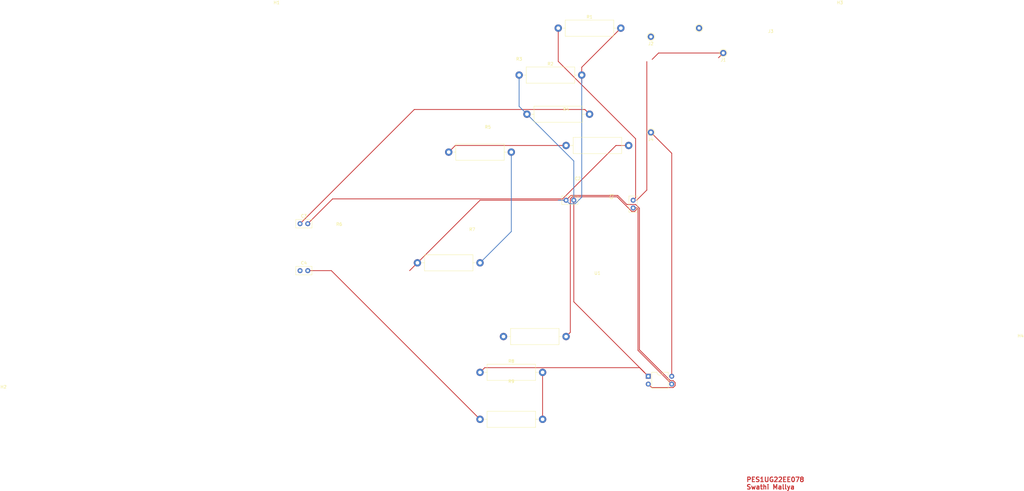
<source format=kicad_pcb>
(kicad_pcb (version 20221018) (generator pcbnew)
  (layers (0 "F.Cu" signal) (31 "B.Cu" signal) (34 "B.Paste" user) (35 "F.Paste" user) (36 "B.SilkS" user "B.Silkscreen") (37 "F.SilkS" user "F.Silkscreen") (38 "B.Mask" user) (39 "F.Mask" user) (44 "Edge.Cuts" user))
  (net 0 "")
  (net 1 "VCC")
  (net 2 "Net-(C1-Pad2)")
  (net 3 "Net-(U1A--)")
  (net 4 "Net-(C2-Pad2)")
  (net 5 "Net-(U1B--)")
  (net 6 "Net-(C3-Pad2)")
  (net 8 "Net-(C4-Pad2)")
  (net 11 "Net-(J4-Pin_1)")
  (net 12 "Net-(U1C--)")
  (net 13 "Net-(R5-Pad2)")
  (net 14 "Net-(U1D--)")
  (footprint "Package_DIP:DIP-4_W7.62mm" (layer "F.Cu") (at 148.6 138.425)
    (fp_text reference "U1" (at -16.51 -33.48) (layer "F.SilkS"))
    (fp_text value "Opamp_Quad")
    (fp_line (start 1.16 -1.33) (end 1.16 3.87) (stroke (width 0.12)) (layer "F.SilkS"))
    (fp_line (start 1.16 3.87) (end 6.46 3.87) (stroke (width 0.12)) (layer "F.SilkS"))
    (fp_line (start 2.81 -1.33) (end 1.16 -1.33) (stroke (width 0.12)) (layer "F.SilkS"))
    (fp_line (start 6.46 -1.33) (end 4.81 -1.33) (stroke (width 0.12)) (layer "F.SilkS"))
    (fp_line (start 6.46 3.87) (end 6.46 -1.33) (stroke (width 0.12)) (layer "F.SilkS"))
    (fp_arc (start 4.81 -1.33) (mid 3.81 -0.33) (end 2.81 -1.33) (stroke (width 0.12)) (layer "F.SilkS"))
    (pad "1" thru_hole rect (at 0 0) (size 1.6 1.6) (drill 0.8) (layers "*.Cu" "*.Mask") (net 4 "Net-(C2-Pad2)"))
    (pad "2" thru_hole oval (at 0 2.54) (size 1.6 1.6) (drill 0.8) (layers "*.Cu" "*.Mask") (net 3 "Net-(U1A--)"))
    (pad "3" thru_hole oval (at 7.62 2.54) (size 1.6 1.6) (drill 0.8) (layers "*.Cu" "*.Mask") (net 1 "VCC"))
    (pad "4" thru_hole oval (at 7.62 0) (size 1.6 1.6) (drill 0.8) (layers "*.Cu" "*.Mask") (net 11 "Net-(J4-Pin_1)"))
  )
  (footprint "Connector_Pin:Pin_D1.0mm_L10.0mm" (layer "F.Cu") (at 165.1 25.4)
    (fp_text reference "J3" (at 23.27 1.02) (layer "F.SilkS"))
    (fp_text value "Conn_01x01_Pin")
    (fp_circle (center 0 0) (end 1.25 0.05) (stroke (width 0.12)) (fill none) (layer "F.SilkS"))
    (pad "1" thru_hole circle (at 0 0) (size 2 2) (drill 1) (layers "*.Cu" "*.Mask"))
  )
  (footprint "MountingHole:MountingHole_2.1mm" (layer "F.Cu") (at 210.82 20.32)
    (fp_text reference "H3" (at 0 -3.2) (layer "F.SilkS"))
    (fp_text value "MountingHole")
    (pad "" np_thru_hole circle (at 0 0) (size 2.1 2.1) (drill 2.1) (layers "*.Cu" "*.Mask"))
  )
  (footprint "Resistor_THT:R_Axial_DIN0516_L15.5mm_D5.0mm_P20.32mm_Horizontal" (layer "F.Cu") (at 93.98 152.4)
    (fp_text reference "R9" (at 10.16 -12.31) (layer "F.SilkS"))
    (fp_text value "R")
    (fp_line (start 1.44 0) (end 2.29 0) (stroke (width 0.12)) (layer "F.SilkS"))
    (fp_line (start 2.29 -2.62) (end 2.29 2.62) (stroke (width 0.12)) (layer "F.SilkS"))
    (fp_line (start 2.29 2.62) (end 18.03 2.62) (stroke (width 0.12)) (layer "F.SilkS"))
    (fp_line (start 18.03 -2.62) (end 2.29 -2.62) (stroke (width 0.12)) (layer "F.SilkS"))
    (fp_line (start 18.03 2.62) (end 18.03 -2.62) (stroke (width 0.12)) (layer "F.SilkS"))
    (fp_line (start 18.88 0) (end 18.03 0) (stroke (width 0.12)) (layer "F.SilkS"))
    (pad "1" thru_hole circle (at 0 0) (size 2.4 2.4) (drill 1.2) (layers "*.Cu" "*.Mask") (net 8 "Net-(C4-Pad2)"))
    (pad "2" thru_hole oval (at 20.32 0) (size 2.4 2.4) (drill 1.2) (layers "*.Cu" "*.Mask") (net 14 "Net-(U1D--)"))
  )
  (footprint "Capacitor_THT:C_Disc_D5.0mm_W2.5mm_P2.50mm" (layer "F.Cu") (at 35.56 88.9)
    (fp_text reference "C3" (at 1.25 -2.5) (layer "F.SilkS"))
    (fp_text value "C")
    (fp_line (start -1.37 -1.37) (end -1.37 1.37) (stroke (width 0.12)) (layer "F.SilkS"))
    (fp_line (start -1.37 -1.37) (end 3.87 -1.37) (stroke (width 0.12)) (layer "F.SilkS"))
    (fp_line (start -1.37 1.37) (end 3.87 1.37) (stroke (width 0.12)) (layer "F.SilkS"))
    (fp_line (start 3.87 -1.37) (end 3.87 1.37) (stroke (width 0.12)) (layer "F.SilkS"))
    (pad "1" thru_hole circle (at 0 0) (size 1.6 1.6) (drill 0.8) (layers "*.Cu" "*.Mask") (net 5 "Net-(U1B--)"))
    (pad "2" thru_hole circle (at 2.5 0) (size 1.6 1.6) (drill 0.8) (layers "*.Cu" "*.Mask") (net 6 "Net-(C3-Pad2)"))
  )
  (footprint "Connector_Pin:Pin_D1.0mm_L10.0mm" (layer "F.Cu") (at 172.95 33.48)
    (fp_text reference "J1" (at 0 2.25) (layer "F.SilkS"))
    (fp_text value "Conn_01x01_Pin")
    (fp_circle (center 0 0) (end 1.25 0.05) (stroke (width 0.12)) (fill none) (layer "F.SilkS"))
    (pad "1" thru_hole circle (at 0 0) (size 2 2) (drill 1) (layers "*.Cu" "*.Mask") (net 1 "VCC"))
  )
  (footprint "MountingHole:MountingHole_2.1mm" (layer "F.Cu") (at 203.2 160.02)
    (fp_text reference "H4" (at 66.27 -34.72) (layer "F.SilkS"))
    (fp_text value "MountingHole")
    (pad "" np_thru_hole circle (at 0 0) (size 2.1 2.1) (drill 2.1) (layers "*.Cu" "*.Mask"))
  )
  (footprint "Resistor_THT:R_Axial_DIN0516_L15.5mm_D5.0mm_P20.32mm_Horizontal" (layer "F.Cu") (at 101.6 125.53)
    (fp_text reference "R7" (at -10.16 -34.77) (layer "F.SilkS"))
    (fp_text value "R")
    (fp_line (start 1.44 0) (end 2.29 0) (stroke (width 0.12)) (layer "F.SilkS"))
    (fp_line (start 2.29 -2.62) (end 2.29 2.62) (stroke (width 0.12)) (layer "F.SilkS"))
    (fp_line (start 2.29 2.62) (end 18.03 2.62) (stroke (width 0.12)) (layer "F.SilkS"))
    (fp_line (start 18.03 -2.62) (end 2.29 -2.62) (stroke (width 0.12)) (layer "F.SilkS"))
    (fp_line (start 18.03 2.62) (end 18.03 -2.62) (stroke (width 0.12)) (layer "F.SilkS"))
    (fp_line (start 18.88 0) (end 18.03 0) (stroke (width 0.12)) (layer "F.SilkS"))
    (pad "1" thru_hole circle (at 0 0) (size 2.4 2.4) (drill 1.2) (layers "*.Cu" "*.Mask") (net 14 "Net-(U1D--)"))
    (pad "2" thru_hole oval (at 20.32 0) (size 2.4 2.4) (drill 1.2) (layers "*.Cu" "*.Mask") (net 2 "Net-(C1-Pad2)"))
  )
  (footprint "MountingHole:MountingHole_2.1mm" (layer "F.Cu") (at 27.94 20.32)
    (fp_text reference "H1" (at 0 -3.2) (layer "F.SilkS"))
    (fp_text value "MountingHole")
    (pad "" np_thru_hole circle (at 0 0) (size 2.1 2.1) (drill 2.1) (layers "*.Cu" "*.Mask"))
  )
  (footprint "Resistor_THT:R_Axial_DIN0516_L15.5mm_D5.0mm_P20.32mm_Horizontal" (layer "F.Cu") (at 73.66 101.6)
    (fp_text reference "R6" (at -25.4 -12.53) (layer "F.SilkS"))
    (fp_text value "R")
    (fp_line (start 1.44 0) (end 2.29 0) (stroke (width 0.12)) (layer "F.SilkS"))
    (fp_line (start 2.29 -2.62) (end 2.29 2.62) (stroke (width 0.12)) (layer "F.SilkS"))
    (fp_line (start 2.29 2.62) (end 18.03 2.62) (stroke (width 0.12)) (layer "F.SilkS"))
    (fp_line (start 18.03 -2.62) (end 2.29 -2.62) (stroke (width 0.12)) (layer "F.SilkS"))
    (fp_line (start 18.03 2.62) (end 18.03 -2.62) (stroke (width 0.12)) (layer "F.SilkS"))
    (fp_line (start 18.88 0) (end 18.03 0) (stroke (width 0.12)) (layer "F.SilkS"))
    (pad "1" thru_hole circle (at 0 0) (size 2.4 2.4) (drill 1.2) (layers "*.Cu" "*.Mask") (net 3 "Net-(U1A--)"))
    (pad "2" thru_hole oval (at 20.32 0) (size 2.4 2.4) (drill 1.2) (layers "*.Cu" "*.Mask") (net 13 "Net-(R5-Pad2)"))
  )
  (footprint "Resistor_THT:R_Axial_DIN0516_L15.5mm_D5.0mm_P20.32mm_Horizontal" (layer "F.Cu") (at 83.82 65.65)
    (fp_text reference "R5" (at 12.7 -8.13) (layer "F.SilkS"))
    (fp_text value "R")
    (fp_line (start 1.44 0) (end 2.29 0) (stroke (width 0.12)) (layer "F.SilkS"))
    (fp_line (start 2.29 -2.62) (end 2.29 2.62) (stroke (width 0.12)) (layer "F.SilkS"))
    (fp_line (start 2.29 2.62) (end 18.03 2.62) (stroke (width 0.12)) (layer "F.SilkS"))
    (fp_line (start 18.03 -2.62) (end 2.29 -2.62) (stroke (width 0.12)) (layer "F.SilkS"))
    (fp_line (start 18.03 2.62) (end 18.03 -2.62) (stroke (width 0.12)) (layer "F.SilkS"))
    (fp_line (start 18.88 0) (end 18.03 0) (stroke (width 0.12)) (layer "F.SilkS"))
    (pad "1" thru_hole circle (at 0 0) (size 2.4 2.4) (drill 1.2) (layers "*.Cu" "*.Mask") (net 12 "Net-(U1C--)"))
    (pad "2" thru_hole oval (at 20.32 0) (size 2.4 2.4) (drill 1.2) (layers "*.Cu" "*.Mask") (net 13 "Net-(R5-Pad2)"))
  )
  (footprint "Capacitor_THT:C_Disc_D5.0mm_W2.5mm_P2.50mm" (layer "F.Cu") (at 143.7 83.78 90)
    (fp_text reference "C1" (at 3.79 -7.01 90) (layer "F.SilkS"))
    (fp_text value "C")
    (fp_line (start -1.37 -1.37) (end -1.37 1.37) (stroke (width 0.12)) (layer "F.SilkS"))
    (fp_line (start -1.37 -1.37) (end 3.87 -1.37) (stroke (width 0.12)) (layer "F.SilkS"))
    (fp_line (start -1.37 1.37) (end 3.87 1.37) (stroke (width 0.12)) (layer "F.SilkS"))
    (fp_line (start 3.87 -1.37) (end 3.87 1.37) (stroke (width 0.12)) (layer "F.SilkS"))
    (pad "1" thru_hole circle (at 0 0 90) (size 1.6 1.6) (drill 0.8) (layers "*.Cu" "*.Mask") (net 1 "VCC"))
    (pad "2" thru_hole circle (at 2.5 0 90) (size 1.6 1.6) (drill 0.8) (layers "*.Cu" "*.Mask") (net 2 "Net-(C1-Pad2)"))
  )
  (footprint "MountingHole:MountingHole_2.1mm" (layer "F.Cu") (at 30.48 160.02)
    (fp_text reference "H2" (at -91.21 -18.14) (layer "F.SilkS"))
    (fp_text value "MountingHole")
    (pad "" np_thru_hole circle (at 0 0) (size 2.1 2.1) (drill 2.1) (layers "*.Cu" "*.Mask"))
  )
  (footprint "Capacitor_THT:C_Disc_D5.0mm_W2.5mm_P2.50mm" (layer "F.Cu") (at 35.56 104.14)
    (fp_text reference "C4" (at 1.25 -2.5) (layer "F.SilkS"))
    (fp_text value "C")
    (fp_line (start -1.37 -1.37) (end -1.37 1.37) (stroke (width 0.12)) (layer "F.SilkS"))
    (fp_line (start -1.37 -1.37) (end 3.87 -1.37) (stroke (width 0.12)) (layer "F.SilkS"))
    (fp_line (start -1.37 1.37) (end 3.87 1.37) (stroke (width 0.12)) (layer "F.SilkS"))
    (fp_line (start 3.87 -1.37) (end 3.87 1.37) (stroke (width 0.12)) (layer "F.SilkS"))
    (pad "1" thru_hole circle (at 0 0) (size 1.6 1.6) (drill 0.8) (layers "*.Cu" "*.Mask"))
    (pad "2" thru_hole circle (at 2.5 0) (size 1.6 1.6) (drill 0.8) (layers "*.Cu" "*.Mask") (net 8 "Net-(C4-Pad2)"))
  )
  (footprint "Resistor_THT:R_Axial_DIN0516_L15.5mm_D5.0mm_P20.32mm_Horizontal" (layer "F.Cu") (at 121.92 63.5)
    (fp_text reference "R4" (at 0 -11.74) (layer "F.SilkS"))
    (fp_text value "R")
    (fp_line (start 1.44 0) (end 2.29 0) (stroke (width 0.12)) (layer "F.SilkS"))
    (fp_line (start 2.29 -2.62) (end 2.29 2.62) (stroke (width 0.12)) (layer "F.SilkS"))
    (fp_line (start 2.29 2.62) (end 18.03 2.62) (stroke (width 0.12)) (layer "F.SilkS"))
    (fp_line (start 18.03 -2.62) (end 2.29 -2.62) (stroke (width 0.12)) (layer "F.SilkS"))
    (fp_line (start 18.03 2.62) (end 18.03 -2.62) (stroke (width 0.12)) (layer "F.SilkS"))
    (fp_line (start 18.88 0) (end 18.03 0) (stroke (width 0.12)) (layer "F.SilkS"))
    (pad "1" thru_hole circle (at 0 0) (size 2.4 2.4) (drill 1.2) (layers "*.Cu" "*.Mask") (net 12 "Net-(U1C--)"))
    (pad "2" thru_hole oval (at 20.32 0) (size 2.4 2.4) (drill 1.2) (layers "*.Cu" "*.Mask") (net 6 "Net-(C3-Pad2)"))
  )
  (footprint "Resistor_THT:R_Axial_DIN0516_L15.5mm_D5.0mm_P20.32mm_Horizontal" (layer "F.Cu") (at 109.22 53.34)
    (fp_text reference "R3" (at -2.54 -17.89) (layer "F.SilkS"))
    (fp_text value "R")
    (fp_line (start 1.44 0) (end 2.29 0) (stroke (width 0.12)) (layer "F.SilkS"))
    (fp_line (start 2.29 -2.62) (end 2.29 2.62) (stroke (width 0.12)) (layer "F.SilkS"))
    (fp_line (start 2.29 2.62) (end 18.03 2.62) (stroke (width 0.12)) (layer "F.SilkS"))
    (fp_line (start 18.03 -2.62) (end 2.29 -2.62) (stroke (width 0.12)) (layer "F.SilkS"))
    (fp_line (start 18.03 2.62) (end 18.03 -2.62) (stroke (width 0.12)) (layer "F.SilkS"))
    (fp_line (start 18.88 0) (end 18.03 0) (stroke (width 0.12)) (layer "F.SilkS"))
    (pad "1" thru_hole circle (at 0 0) (size 2.4 2.4) (drill 1.2) (layers "*.Cu" "*.Mask") (net 4 "Net-(C2-Pad2)"))
    (pad "2" thru_hole oval (at 20.32 0) (size 2.4 2.4) (drill 1.2) (layers "*.Cu" "*.Mask") (net 5 "Net-(U1B--)"))
  )
  (footprint "Resistor_THT:R_Axial_DIN0516_L15.5mm_D5.0mm_P20.32mm_Horizontal" (layer "F.Cu") (at 106.68 40.64)
    (fp_text reference "R2" (at 10.16 -3.62) (layer "F.SilkS"))
    (fp_text value "R")
    (fp_line (start 1.44 0) (end 2.29 0) (stroke (width 0.12)) (layer "F.SilkS"))
    (fp_line (start 2.29 -2.62) (end 2.29 2.62) (stroke (width 0.12)) (layer "F.SilkS"))
    (fp_line (start 2.29 2.62) (end 18.03 2.62) (stroke (width 0.12)) (layer "F.SilkS"))
    (fp_line (start 18.03 -2.62) (end 2.29 -2.62) (stroke (width 0.12)) (layer "F.SilkS"))
    (fp_line (start 18.03 2.62) (end 18.03 -2.62) (stroke (width 0.12)) (layer "F.SilkS"))
    (fp_line (start 18.88 0) (end 18.03 0) (stroke (width 0.12)) (layer "F.SilkS"))
    (pad "1" thru_hole circle (at 0 0) (size 2.4 2.4) (drill 1.2) (layers "*.Cu" "*.Mask") (net 4 "Net-(C2-Pad2)"))
    (pad "2" thru_hole oval (at 20.32 0) (size 2.4 2.4) (drill 1.2) (layers "*.Cu" "*.Mask") (net 3 "Net-(U1A--)"))
  )
  (footprint "Resistor_THT:R_Axial_DIN0516_L15.5mm_D5.0mm_P20.32mm_Horizontal" (layer "F.Cu") (at 119.38 25.4)
    (fp_text reference "R1" (at 10.16 -3.62) (layer "F.SilkS"))
    (fp_text value "R")
    (fp_line (start 1.44 0) (end 2.29 0) (stroke (width 0.12)) (layer "F.SilkS"))
    (fp_line (start 2.29 -2.62) (end 2.29 2.62) (stroke (width 0.12)) (layer "F.SilkS"))
    (fp_line (start 2.29 2.62) (end 18.03 2.62) (stroke (width 0.12)) (layer "F.SilkS"))
    (fp_line (start 18.03 -2.62) (end 2.29 -2.62) (stroke (width 0.12)) (layer "F.SilkS"))
    (fp_line (start 18.03 2.62) (end 18.03 -2.62) (stroke (width 0.12)) (layer "F.SilkS"))
    (fp_line (start 18.88 0) (end 18.03 0) (stroke (width 0.12)) (layer "F.SilkS"))
    (pad "1" thru_hole circle (at 0 0) (size 2.4 2.4) (drill 1.2) (layers "*.Cu" "*.Mask") (net 2 "Net-(C1-Pad2)"))
    (pad "2" thru_hole oval (at 20.32 0) (size 2.4 2.4) (drill 1.2) (layers "*.Cu" "*.Mask") (net 3 "Net-(U1A--)"))
  )
  (footprint "Capacitor_THT:C_Disc_D5.0mm_W2.5mm_P2.50mm" (layer "F.Cu") (at 121.92 81.28)
    (fp_text reference "C2" (at 3.79 -7.01) (layer "F.SilkS"))
    (fp_text value "C")
    (fp_line (start -1.37 -1.37) (end -1.37 1.37) (stroke (width 0.12)) (layer "F.SilkS"))
    (fp_line (start -1.37 -1.37) (end 3.87 -1.37) (stroke (width 0.12)) (layer "F.SilkS"))
    (fp_line (start -1.37 1.37) (end 3.87 1.37) (stroke (width 0.12)) (layer "F.SilkS"))
    (fp_line (start 3.87 -1.37) (end 3.87 1.37) (stroke (width 0.12)) (layer "F.SilkS"))
    (pad "1" thru_hole circle (at 0 0) (size 1.6 1.6) (drill 0.8) (layers "*.Cu" "*.Mask") (net 3 "Net-(U1A--)"))
    (pad "2" thru_hole circle (at 2.5 0) (size 1.6 1.6) (drill 0.8) (layers "*.Cu" "*.Mask") (net 4 "Net-(C2-Pad2)"))
  )
  (footprint "Resistor_THT:R_Axial_DIN0516_L15.5mm_D5.0mm_P20.32mm_Horizontal" (layer "F.Cu") (at 93.98 137.16)
    (fp_text reference "R8" (at 10.16 -3.62) (layer "F.SilkS"))
    (fp_text value "R")
    (fp_line (start 1.44 0) (end 2.29 0) (stroke (width 0.12)) (layer "F.SilkS"))
    (fp_line (start 2.29 -2.62) (end 2.29 2.62) (stroke (width 0.12)) (layer "F.SilkS"))
    (fp_line (start 2.29 2.62) (end 18.03 2.62) (stroke (width 0.12)) (layer "F.SilkS"))
    (fp_line (start 18.03 -2.62) (end 2.29 -2.62) (stroke (width 0.12)) (layer "F.SilkS"))
    (fp_line (start 18.03 2.62) (end 18.03 -2.62) (stroke (width 0.12)) (layer "F.SilkS"))
    (fp_line (start 18.88 0) (end 18.03 0) (stroke (width 0.12)) (layer "F.SilkS"))
    (pad "1" thru_hole circle (at 0 0) (size 2.4 2.4) (drill 1.2) (layers "*.Cu" "*.Mask") (net 4 "Net-(C2-Pad2)"))
    (pad "2" thru_hole oval (at 20.32 0) (size 2.4 2.4) (drill 1.2) (layers "*.Cu" "*.Mask") (net 14 "Net-(U1D--)"))
  )
  (footprint "Connector_Pin:Pin_D1.0mm_L10.0mm" (layer "F.Cu") (at 149.45 59.26)
    (fp_text reference "J4" (at 0 2.25) (layer "F.SilkS"))
    (fp_text value "Conn_01x03")
    (fp_circle (center 0 0) (end 1.25 0.05) (stroke (width 0.12)) (fill none) (layer "F.SilkS"))
    (pad "1" thru_hole circle (at 0 0) (size 2 2) (drill 1) (layers "*.Cu" "*.Mask") (net 11 "Net-(J4-Pin_1)"))
  )
  (footprint "Connector_Pin:Pin_D1.0mm_L10.0mm" (layer "F.Cu") (at 149.45 28.2)
    (fp_text reference "J2" (at 0 2.25) (layer "F.SilkS"))
    (fp_text value "Conn_01x01_Pin")
    (fp_circle (center 0 0) (end 1.25 0.05) (stroke (width 0.12)) (fill none) (layer "F.SilkS"))
    (pad "1" thru_hole circle (at 0 0) (size 2 2) (drill 1) (layers "*.Cu" "*.Mask"))
  )
  (gr_text "PES1UG22EE078\nSwathi Mallya" (at 180.34 175.26) (layer "F.Cu") (effects (font (size 1.5 1.5) (thickness 0.3) bold) (justify left bottom)))
  (segment (start 144.995405 83.78) (end 143.7 83.78) (width 0.25) (layer "F.Cu") (net 1))
  (segment (start 172.95 33.48) (end 171.395 35.035) (width 0.25) (layer "F.Cu") (net 1))
  (segment (start 172.95 33.48) (end 151.94 33.48) (width 0.25) (layer "F.Cu") (net 1))
  (segment (start 156.22 140.965) (end 145.275 130.02) (width 0.25) (layer "F.Cu") (net 1))
  (segment (start 145.275 84.059595) (end 144.995405 83.78) (width 0.25) (layer "F.Cu") (net 1))
  (segment (start 148.125 36.265) (end 148.125 77.98) (width 0.25) (layer "F.Cu") (net 1))
  (segment (start 148.125 77.98) (end 144.825 81.28) (width 0.25) (layer "F.Cu") (net 1))
  (segment (start 151.94 33.48) (end 149.86 35.56) (width 0.25) (layer "F.Cu") (net 1))
  (segment (start 145.275 130.02) (end 145.275 84.059595) (width 0.25) (layer "F.Cu") (net 1))
  (segment (start 143.234009 84.905) (end 144.165991 84.905) (width 0.25) (layer "F.Cu") (net 2))
  (segment (start 123.295 80.814009) (end 123.954009 80.155) (width 0.25) (layer "F.Cu") (net 2))
  (segment (start 144.499999 61.316395) (end 144.499999 80.480001) (width 0.25) (layer "F.Cu") (net 2))
  (segment (start 119.38 25.4) (end 119.38 36.196396) (width 0.25) (layer "F.Cu") (net 2))
  (segment (start 144.499999 80.480001) (end 143.7 81.28) (width 0.25) (layer "F.Cu") (net 2))
  (segment (start 144.165991 84.905) (end 144.78 84.290991) (width 0.25) (layer "F.Cu") (net 2))
  (segment (start 123.295 124.155) (end 123.295 80.814009) (width 0.25) (layer "F.Cu") (net 2))
  (segment (start 138.484009 80.155) (end 143.234009 84.905) (width 0.25) (layer "F.Cu") (net 2))
  (segment (start 119.38 36.196396) (end 144.499999 61.316395) (width 0.25) (layer "F.Cu") (net 2))
  (segment (start 121.92 125.53) (end 123.295 124.155) (width 0.25) (layer "F.Cu") (net 2))
  (segment (start 144.78 84.290991) (end 144.825 84.245991) (width 0.25) (layer "F.Cu") (net 2))
  (segment (start 123.954009 80.155) (end 138.484009 80.155) (width 0.25) (layer "F.Cu") (net 2))
  (segment (start 145.725 83.873199) (end 144.506801 82.655) (width 0.25) (layer "F.Cu") (net 3))
  (segment (start 93.98 81.28) (end 71.12 104.14) (width 0.25) (layer "F.Cu") (net 3))
  (segment (start 145.725 129.810991) (end 145.725 83.873199) (width 0.25) (layer "F.Cu") (net 3))
  (segment (start 149.725 142.09) (end 156.685991 142.09) (width 0.25) (layer "F.Cu") (net 3))
  (segment (start 156.685991 139.84) (end 155.754009 139.84) (width 0.25) (layer "F.Cu") (net 3))
  (segment (start 157.345 140.499009) (end 156.685991 139.84) (width 0.25) (layer "F.Cu") (net 3))
  (segment (start 157.345 141.430991) (end 157.345 140.499009) (width 0.25) (layer "F.Cu") (net 3))
  (segment (start 139.7 25.4) (end 127 38.1) (width 0.25) (layer "F.Cu") (net 3))
  (segment (start 138.670405 79.705) (end 123.495 79.705) (width 0.25) (layer "F.Cu") (net 3))
  (segment (start 123.495 79.705) (end 121.92 81.28) (width 0.25) (layer "F.Cu") (net 3))
  (segment (start 121.92 81.28) (end 93.98 81.28) (width 0.25) (layer "F.Cu") (net 3))
  (segment (start 156.685991 142.09) (end 157.345 141.430991) (width 0.25) (layer "F.Cu") (net 3))
  (segment (start 127 38.1) (end 127 43.18) (width 0.25) (layer "F.Cu") (net 3))
  (segment (start 148.6 140.965) (end 149.725 142.09) (width 0.25) (layer "F.Cu") (net 3))
  (segment (start 155.754009 139.84) (end 145.725 129.810991) (width 0.25) (layer "F.Cu") (net 3))
  (segment (start 144.506801 82.655) (end 141.620405 82.655) (width 0.25) (layer "F.Cu") (net 3))
  (segment (start 141.620405 82.655) (end 138.670405 79.705) (width 0.25) (layer "F.Cu") (net 3))
  (segment (start 123.045 82.405) (end 121.92 81.28) (width 0.25) (layer "B.Cu") (net 3))
  (segment (start 124.885991 82.405) (end 123.045 82.405) (width 0.25) (layer "B.Cu") (net 3))
  (segment (start 127 40.64) (end 127 80.290991) (width 0.25) (layer "B.Cu") (net 3))
  (segment (start 127 80.290991) (end 124.885991 82.405) (width 0.25) (layer "B.Cu") (net 3))
  (segment (start 121.92 81.28) (end 119.38 81.28) (width 0.25) (layer "B.Cu") (net 3))
  (segment (start 147.3275 137.1525) (end 148.6 138.425) (width 0.25) (layer "F.Cu") (net 4))
  (segment (start 145.81 135.635) (end 147.3275 137.1525) (width 0.25) (layer "F.Cu") (net 4))
  (segment (start 147.3275 137.1525) (end 124.42 114.245) (width 0.25) (layer "F.Cu") (net 4))
  (segment (start 93.98 137.16) (end 95.505 135.635) (width 0.25) (layer "F.Cu") (net 4))
  (segment (start 124.42 114.245) (end 124.42 81.28) (width 0.25) (layer "F.Cu") (net 4))
  (segment (start 95.505 135.635) (end 145.81 135.635) (width 0.25) (layer "F.Cu") (net 4))
  (segment (start 106.68 40.64) (end 106.68 50.8) (width 0.25) (layer "B.Cu") (net 4))
  (segment (start 124.42 68.54) (end 124.42 81.28) (width 0.25) (layer "B.Cu") (net 4))
  (segment (start 106.68 50.8) (end 109.22 53.34) (width 0.25) (layer "B.Cu") (net 4))
  (segment (start 109.22 53.34) (end 124.42 68.54) (width 0.25) (layer "B.Cu") (net 4))
  (segment (start 72.645 51.815) (end 128.015 51.815) (width 0.25) (layer "F.Cu") (net 5))
  (segment (start 128.015 51.815) (end 129.54 53.34) (width 0.25) (layer "F.Cu") (net 5))
  (segment (start 35.56 88.9) (end 72.645 51.815) (width 0.25) (layer "F.Cu") (net 5))
  (segment (start 38.06 88.9) (end 46.13 80.83) (width 0.25) (layer "F.Cu") (net 6))
  (segment (start 46.13 80.83) (end 120.779009 80.83) (width 0.25) (layer "F.Cu") (net 6))
  (segment (start 120.779009 80.83) (end 138.109009 63.5) (width 0.25) (layer "F.Cu") (net 6))
  (segment (start 138.109009 63.5) (end 142.24 63.5) (width 0.25) (layer "F.Cu") (net 6))
  (segment (start 38.06 104.14) (end 45.72 104.14) (width 0.25) (layer "F.Cu") (net 8))
  (segment (start 45.72 104.14) (end 93.98 152.4) (width 0.25) (layer "F.Cu") (net 8))
  (segment (start 156.22 66.03) (end 156.22 138.425) (width 0.25) (layer "F.Cu") (net 11))
  (segment (start 149.45 59.26) (end 156.22 66.03) (width 0.25) (layer "F.Cu") (net 11))
  (segment (start 85.97 63.5) (end 121.92 63.5) (width 0.25) (layer "F.Cu") (net 12))
  (segment (start 83.82 65.65) (end 85.97 63.5) (width 0.25) (layer "F.Cu") (net 12))
  (segment (start 104.14 65.65) (end 104.14 91.44) (width 0.25) (layer "B.Cu") (net 13))
  (segment (start 104.14 91.44) (end 93.98 101.6) (width 0.25) (layer "B.Cu") (net 13))
  (segment (start 114.3 137.16) (end 114.3 152.4) (width 0.25) (layer "F.Cu") (net 14))
)
</source>
